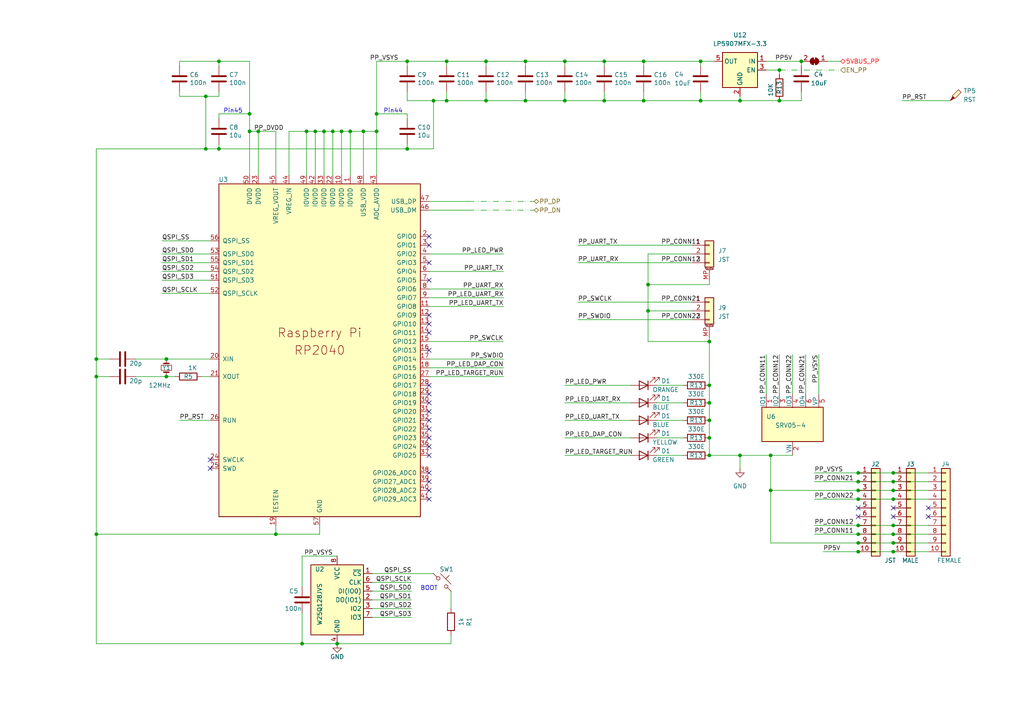
<source format=kicad_sch>
(kicad_sch (version 20230121) (generator eeschema)
  (paper "A4")
  (title_block (title "UniDebug - Unified Embedded Debug & Proto") (date "2023-12-25") (rev "R0V1") (company "Shreyas K (https://github.com/shreyask21)") (comment 1 "https://github.com/shreyask21/UniDebug") (comment 2 "Licence: CC BY-NC-SA 4.0"))
  (lib_symbols
    (symbol "Connector:TestPoint_Probe" (pin_numbers hide) (pin_names (offset 0.762) hide)
      (property "Reference" "TP" (at 1.651 5.842 0))
      (property "Value" "TestPoint_Probe" (at 1.651 4.064 0))
      (symbol "TestPoint_Probe_0_1"
        (polyline (pts (xy 1.27 0.762) (xy 0 0) (xy 0.762 1.27) (xy 1.27 0.762)) (fill (type outline)))
        (polyline (pts (xy 1.397 0.635) (xy 0.635 1.397) (xy 2.413 3.175) (xy 3.175 2.413) (xy 1.397 0.635)) (fill (type background)))
      )
      (symbol "TestPoint_Probe_1_1"
        (pin passive line (at 0 0 90) (length 0) (name "1") (number "1"))
      )
    )
    (symbol "Connector_Generic:Conn_01x10" (pin_names (offset 1.016) hide)
      (property "Reference" "J" (at 0 12.7 0))
      (property "Value" "Conn_01x10" (at 0 -15.24 0))
      (symbol "Conn_01x10_1_1"
        (rectangle (start -1.27 -12.573) (end 0 -12.827) (stroke (width 0.1524)))
        (rectangle (start -1.27 -10.033) (end 0 -10.287) (stroke (width 0.1524)))
        (rectangle (start -1.27 -7.493) (end 0 -7.747) (stroke (width 0.1524)))
        (rectangle (start -1.27 -4.953) (end 0 -5.207) (stroke (width 0.1524)))
        (rectangle (start -1.27 -2.413) (end 0 -2.667) (stroke (width 0.1524)))
        (rectangle (start -1.27 0.127) (end 0 -0.127) (stroke (width 0.1524)))
        (rectangle (start -1.27 2.667) (end 0 2.413) (stroke (width 0.1524)))
        (rectangle (start -1.27 5.207) (end 0 4.953) (stroke (width 0.1524)))
        (rectangle (start -1.27 7.747) (end 0 7.493) (stroke (width 0.1524)))
        (rectangle (start -1.27 10.287) (end 0 10.033) (stroke (width 0.1524)))
        (rectangle (start -1.27 11.43) (end 1.27 -13.97) (stroke (width 0.254)) (fill (type background)))
        (pin passive line (at -5.08 10.16 0) (length 3.81) (name "Pin_1") (number "1"))
        (pin passive line (at -5.08 -12.7 0) (length 3.81) (name "Pin_10") (number "10"))
        (pin passive line (at -5.08 7.62 0) (length 3.81) (name "Pin_2") (number "2"))
        (pin passive line (at -5.08 5.08 0) (length 3.81) (name "Pin_3") (number "3"))
        (pin passive line (at -5.08 2.54 0) (length 3.81) (name "Pin_4") (number "4"))
        (pin passive line (at -5.08 0 0) (length 3.81) (name "Pin_5") (number "5"))
        (pin passive line (at -5.08 -2.54 0) (length 3.81) (name "Pin_6") (number "6"))
        (pin passive line (at -5.08 -5.08 0) (length 3.81) (name "Pin_7") (number "7"))
        (pin passive line (at -5.08 -7.62 0) (length 3.81) (name "Pin_8") (number "8"))
        (pin passive line (at -5.08 -10.16 0) (length 3.81) (name "Pin_9") (number "9"))
      )
    )
    (symbol "Connector_Generic_MountingPin:Conn_01x03_MountingPin" (pin_names (offset 1.016) hide)
      (property "Reference" "J" (at 0 5.08 0))
      (property "Value" "Conn_01x03_MountingPin" (at 1.27 -5.08 0))
      (symbol "Conn_01x03_MountingPin_1_1"
        (rectangle (start -1.27 -2.413) (end 0 -2.667) (stroke (width 0.1524)))
        (rectangle (start -1.27 0.127) (end 0 -0.127) (stroke (width 0.1524)))
        (rectangle (start -1.27 2.667) (end 0 2.413) (stroke (width 0.1524)))
        (rectangle (start -1.27 3.81) (end 1.27 -3.81) (stroke (width 0.254)) (fill (type background)))
        (polyline (pts (xy -1.016 -4.572) (xy 1.016 -4.572)) (stroke (width 0.1524)))
        (text "Mounting" (at 0 -4.191 0) (effects (font (size 0.381 0.381))))
        (pin passive line (at -5.08 2.54 0) (length 3.81) (name "Pin_1") (number "1"))
        (pin passive line (at -5.08 0 0) (length 3.81) (name "Pin_2") (number "2"))
        (pin passive line (at -5.08 -2.54 0) (length 3.81) (name "Pin_3") (number "3"))
        (pin passive line (at 0 -7.62 90) (length 3.048) (name "MountPin") (number "MP"))
      )
    )
    (symbol "Device:C" (pin_numbers hide) (pin_names (offset 0.254))
      (property "Reference" "C" (at 0.635 2.54 0))
      (property "Value" "C" (at 0.635 -2.54 0))
      (symbol "C_0_1"
        (polyline (pts (xy -2.032 -0.762) (xy 2.032 -0.762)) (stroke (width 0.508)))
        (polyline (pts (xy -2.032 0.762) (xy 2.032 0.762)) (stroke (width 0.508)))
      )
      (symbol "C_1_1"
        (pin passive line (at 0 3.81 270) (length 2.794) (name "~") (number "1"))
        (pin passive line (at 0 -3.81 90) (length 2.794) (name "~") (number "2"))
      )
    )
    (symbol "Device:Crystal_Small" (pin_numbers hide) (pin_names (offset 1.016) hide)
      (property "Reference" "Y" (at 0 2.54 0))
      (property "Value" "Crystal_Small" (at 0 -2.54 0))
      (symbol "Crystal_Small_0_1"
        (rectangle (start -0.762 -1.524) (end 0.762 1.524))
        (polyline (pts (xy -1.27 -0.762) (xy -1.27 0.762)) (stroke (width 0.381)))
        (polyline (pts (xy 1.27 -0.762) (xy 1.27 0.762)) (stroke (width 0.381)))
      )
      (symbol "Crystal_Small_1_1"
        (pin passive line (at -2.54 0 0) (length 1.27) (name "1") (number "1"))
        (pin passive line (at 2.54 0 180) (length 1.27) (name "2") (number "2"))
      )
    )
    (symbol "Device:LED" (pin_numbers hide) (pin_names (offset 1.016) hide)
      (property "Reference" "D" (at 0 2.54 0))
      (property "Value" "LED" (at 0 -2.54 0))
      (symbol "LED_0_1"
        (polyline (pts (xy -1.27 -1.27) (xy -1.27 1.27)) (stroke (width 0.254)))
        (polyline (pts (xy -1.27 0) (xy 1.27 0)))
        (polyline (pts (xy 1.27 -1.27) (xy 1.27 1.27) (xy -1.27 0) (xy 1.27 -1.27)) (stroke (width 0.254)))
        (polyline (pts (xy -3.048 -0.762) (xy -4.572 -2.286) (xy -3.81 -2.286) (xy -4.572 -2.286) (xy -4.572 -1.524)))
        (polyline (pts (xy -1.778 -0.762) (xy -3.302 -2.286) (xy -2.54 -2.286) (xy -3.302 -2.286) (xy -3.302 -1.524)))
      )
      (symbol "LED_1_1"
        (pin passive line (at -3.81 0 0) (length 2.54) (name "K") (number "1"))
        (pin passive line (at 3.81 0 180) (length 2.54) (name "A") (number "2"))
      )
    )
    (symbol "Device:R" (pin_numbers hide) (pin_names (offset 0))
      (property "Reference" "R" (at 2.032 0 90))
      (property "Value" "R" (at 0 0 90))
      (symbol "R_0_1"
        (rectangle (start -1.016 -2.54) (end 1.016 2.54) (stroke (width 0.254)))
      )
      (symbol "R_1_1"
        (pin passive line (at 0 3.81 270) (length 1.27) (name "~") (number "1"))
        (pin passive line (at 0 -3.81 90) (length 1.27) (name "~") (number "2"))
      )
    )
    (symbol "Edited_FP:SRV05-4" (pin_names (offset 0))
      (property "Reference" "U7" (at -7.62 2.35 0))
      (property "Value" "SRV05-4" (at -5.08 -0.19 0))
      (symbol "SRV05-4_1_1"
        (rectangle (start -8.89 5.08) (end 8.89 -4.89) (stroke (width 0.254)) (fill (type background)))
        (pin passive line (at -7.62 8.89 270) (length 4) (name "IO1") (number "1"))
        (pin passive line (at 0 -8.89 90) (length 4) (name "VN") (number "2"))
        (pin passive line (at -3.81 8.89 270) (length 4) (name "IO2") (number "3"))
        (pin passive line (at 0 8.89 270) (length 4) (name "IO3") (number "4"))
        (pin passive line (at 7.62 8.89 270) (length 4) (name "VP") (number "5"))
        (pin passive line (at 3.81 8.89 270) (length 4) (name "IO4") (number "6"))
      )
    )
    (symbol "Jumper:SolderJumper_2_Bridged" (pin_names (offset 0) hide)
      (property "Reference" "JP" (at 0 2.032 0))
      (property "Value" "SolderJumper_2_Bridged" (at 0 -2.54 0))
      (symbol "SolderJumper_2_Bridged_0_1"
        (rectangle (start -0.508 0.508) (end 0.508 -0.508) (fill (type outline)))
        (arc (start -0.254 1.016) (mid -1.2656 0) (end -0.254 -1.016))
        (arc (start -0.254 1.016) (mid -1.2656 0) (end -0.254 -1.016) (fill (type outline)))
        (polyline (pts (xy -0.254 1.016) (xy -0.254 -1.016)))
        (polyline (pts (xy 0.254 1.016) (xy 0.254 -1.016)))
        (arc (start 0.254 -1.016) (mid 1.2656 0) (end 0.254 1.016))
        (arc (start 0.254 -1.016) (mid 1.2656 0) (end 0.254 1.016) (fill (type outline)))
      )
      (symbol "SolderJumper_2_Bridged_1_1"
        (pin passive line (at -3.81 0 0) (length 2.54) (name "A") (number "1"))
        (pin passive line (at 3.81 0 180) (length 2.54) (name "B") (number "2"))
      )
    )
    (symbol "MCU_RaspberryPi_RP2040:RP2040" (pin_names (offset 1.016))
      (property "Reference" "U" (at -29.21 49.53 0))
      (property "Value" "RP2040" (at 24.13 -49.53 0))
      (symbol "RP2040_0_0"
        (text "Raspberry Pi" (at 0 5.08 0) (effects (font (size 2.54 2.54))))
        (text "RP2040" (at 0 0 0) (effects (font (size 2.54 2.54))))
      )
      (symbol "RP2040_0_1"
        (rectangle (start 29.21 48.26) (end -29.21 -48.26) (stroke (width 0.254)) (fill (type background)))
      )
      (symbol "RP2040_1_1"
        (pin power_in line (at 8.89 50.8 270) (length 2.54) (name "IOVDD") (number "1"))
        (pin power_in line (at 6.35 50.8 270) (length 2.54) (name "IOVDD") (number "10"))
        (pin bidirectional line (at 31.75 12.7 180) (length 2.54) (name "GPIO8") (number "11"))
        (pin bidirectional line (at 31.75 10.16 180) (length 2.54) (name "GPIO9") (number "12"))
        (pin bidirectional line (at 31.75 7.62 180) (length 2.54) (name "GPIO10") (number "13"))
        (pin bidirectional line (at 31.75 5.08 180) (length 2.54) (name "GPIO11") (number "14"))
        (pin bidirectional line (at 31.75 2.54 180) (length 2.54) (name "GPIO12") (number "15"))
        (pin bidirectional line (at 31.75 0 180) (length 2.54) (name "GPIO13") (number "16"))
        (pin bidirectional line (at 31.75 -2.54 180) (length 2.54) (name "GPIO14") (number "17"))
        (pin bidirectional line (at 31.75 -5.08 180) (length 2.54) (name "GPIO15") (number "18"))
        (pin passive line (at -12.7 -50.8 90) (length 2.54) (name "TESTEN") (number "19"))
        (pin bidirectional line (at 31.75 33.02 180) (length 2.54) (name "GPIO0") (number "2"))
        (pin input line (at -31.75 -2.54 0) (length 2.54) (name "XIN") (number "20"))
        (pin passive line (at -31.75 -7.62 0) (length 2.54) (name "XOUT") (number "21"))
        (pin power_in line (at 3.81 50.8 270) (length 2.54) (name "IOVDD") (number "22"))
        (pin power_in line (at -17.78 50.8 270) (length 2.54) (name "DVDD") (number "23"))
        (pin output line (at -31.75 -31.75 0) (length 2.54) (name "SWCLK") (number "24"))
        (pin bidirectional line (at -31.75 -34.29 0) (length 2.54) (name "SWD") (number "25"))
        (pin input line (at -31.75 -20.32 0) (length 2.54) (name "RUN") (number "26"))
        (pin bidirectional line (at 31.75 -7.62 180) (length 2.54) (name "GPIO16") (number "27"))
        (pin bidirectional line (at 31.75 -10.16 180) (length 2.54) (name "GPIO17") (number "28"))
        (pin bidirectional line (at 31.75 -12.7 180) (length 2.54) (name "GPIO18") (number "29"))
        (pin bidirectional line (at 31.75 30.48 180) (length 2.54) (name "GPIO1") (number "3"))
        (pin bidirectional line (at 31.75 -15.24 180) (length 2.54) (name "GPIO19") (number "30"))
        (pin bidirectional line (at 31.75 -17.78 180) (length 2.54) (name "GPIO20") (number "31"))
        (pin bidirectional line (at 31.75 -20.32 180) (length 2.54) (name "GPIO21") (number "32"))
        (pin power_in line (at 1.27 50.8 270) (length 2.54) (name "IOVDD") (number "33"))
        (pin bidirectional line (at 31.75 -22.86 180) (length 2.54) (name "GPIO22") (number "34"))
        (pin bidirectional line (at 31.75 -25.4 180) (length 2.54) (name "GPIO23") (number "35"))
        (pin bidirectional line (at 31.75 -27.94 180) (length 2.54) (name "GPIO24") (number "36"))
        (pin bidirectional line (at 31.75 -30.48 180) (length 2.54) (name "GPIO25") (number "37"))
        (pin bidirectional line (at 31.75 -35.56 180) (length 2.54) (name "GPIO26_ADC0") (number "38"))
        (pin bidirectional line (at 31.75 -38.1 180) (length 2.54) (name "GPIO27_ADC1") (number "39"))
        (pin bidirectional line (at 31.75 27.94 180) (length 2.54) (name "GPIO2") (number "4"))
        (pin bidirectional line (at 31.75 -40.64 180) (length 2.54) (name "GPIO28_ADC2") (number "40"))
        (pin bidirectional line (at 31.75 -43.18 180) (length 2.54) (name "GPIO29_ADC3") (number "41"))
        (pin power_in line (at -1.27 50.8 270) (length 2.54) (name "IOVDD") (number "42"))
        (pin power_in line (at 16.51 50.8 270) (length 2.54) (name "ADC_AVDD") (number "43"))
        (pin power_in line (at -8.89 50.8 270) (length 2.54) (name "VREG_IN") (number "44"))
        (pin power_out line (at -12.7 50.8 270) (length 2.54) (name "VREG_VOUT") (number "45"))
        (pin bidirectional line (at 31.75 40.64 180) (length 2.54) (name "USB_DM") (number "46"))
        (pin bidirectional line (at 31.75 43.18 180) (length 2.54) (name "USB_DP") (number "47"))
        (pin power_in line (at 12.7 50.8 270) (length 2.54) (name "USB_VDD") (number "48"))
        (pin power_in line (at -3.81 50.8 270) (length 2.54) (name "IOVDD") (number "49"))
        (pin bidirectional line (at 31.75 25.4 180) (length 2.54) (name "GPIO3") (number "5"))
        (pin power_in line (at -20.32 50.8 270) (length 2.54) (name "DVDD") (number "50"))
        (pin bidirectional line (at -31.75 20.32 0) (length 2.54) (name "QSPI_SD3") (number "51"))
        (pin output line (at -31.75 16.51 0) (length 2.54) (name "QSPI_SCLK") (number "52"))
        (pin bidirectional line (at -31.75 27.94 0) (length 2.54) (name "QSPI_SD0") (number "53"))
        (pin bidirectional line (at -31.75 22.86 0) (length 2.54) (name "QSPI_SD2") (number "54"))
        (pin bidirectional line (at -31.75 25.4 0) (length 2.54) (name "QSPI_SD1") (number "55"))
        (pin bidirectional line (at -31.75 31.75 0) (length 2.54) (name "QSPI_SS") (number "56"))
        (pin power_in line (at 0 -50.8 90) (length 2.54) (name "GND") (number "57"))
        (pin bidirectional line (at 31.75 22.86 180) (length 2.54) (name "GPIO4") (number "6"))
        (pin bidirectional line (at 31.75 20.32 180) (length 2.54) (name "GPIO5") (number "7"))
        (pin bidirectional line (at 31.75 17.78 180) (length 2.54) (name "GPIO6") (number "8"))
        (pin bidirectional line (at 31.75 15.24 180) (length 2.54) (name "GPIO7") (number "9"))
      )
    )
    (symbol "Memory_Flash:W25Q128JVS"
      (property "Reference" "U" (at -8.89 8.89 0))
      (property "Value" "W25Q128JVS" (at 7.62 8.89 0))
      (symbol "W25Q128JVS_0_1"
        (rectangle (start -7.62 10.16) (end 7.62 -10.16) (stroke (width 0.254)) (fill (type background)))
      )
      (symbol "W25Q128JVS_1_1"
        (pin input line (at -10.16 7.62 0) (length 2.54) (name "~{CS}") (number "1"))
        (pin bidirectional line (at -10.16 0 0) (length 2.54) (name "DO(IO1)") (number "2"))
        (pin bidirectional line (at -10.16 -2.54 0) (length 2.54) (name "IO2") (number "3"))
        (pin power_in line (at 0 -12.7 90) (length 2.54) (name "GND") (number "4"))
        (pin bidirectional line (at -10.16 2.54 0) (length 2.54) (name "DI(IO0)") (number "5"))
        (pin input line (at -10.16 5.08 0) (length 2.54) (name "CLK") (number "6"))
        (pin bidirectional line (at -10.16 -5.08 0) (length 2.54) (name "IO3") (number "7"))
        (pin power_in line (at 0 12.7 270) (length 2.54) (name "VCC") (number "8"))
      )
    )
    (symbol "Regulator_Linear:LP5907MFX-3.3"
      (property "Reference" "U" (at -3.81 6.35 0))
      (property "Value" "LP5907MFX-3.3" (at 6.35 6.35 0))
      (symbol "LP5907MFX-3.3_0_1"
        (rectangle (start -5.08 -5.08) (end 5.08 5.08) (stroke (width 0.254)) (fill (type background)))
        (pin power_in line (at -7.62 2.54 0) (length 2.54) (name "IN") (number "1"))
        (pin power_in line (at 0 -7.62 90) (length 2.54) (name "GND") (number "2"))
        (pin input line (at -7.62 0 0) (length 2.54) (name "EN") (number "3"))
        (pin no_connect line (at 5.08 0 180) (length 2.54) hide (name "NC") (number "4"))
        (pin power_out line (at 7.62 2.54 180) (length 2.54) (name "OUT") (number "5"))
      )
    )
    (symbol "Switch:SW_Push_45deg" (pin_numbers hide) (pin_names (offset 1.016) hide)
      (property "Reference" "SW" (at 3.048 1.016 0))
      (property "Value" "SW_Push_45deg" (at 0 -3.81 0))
      (symbol "SW_Push_45deg_0_1"
        (circle (center -1.1684 1.1684) (radius 0.508))
        (polyline (pts (xy -0.508 2.54) (xy 2.54 -0.508)))
        (polyline (pts (xy 1.016 1.016) (xy 2.032 2.032)))
        (polyline (pts (xy -2.54 2.54) (xy -1.524 1.524) (xy -1.524 1.524)))
        (polyline (pts (xy 1.524 -1.524) (xy 2.54 -2.54) (xy 2.54 -2.54) (xy 2.54 -2.54)))
        (circle (center 1.143 -1.1938) (radius 0.508))
        (pin passive line (at -2.54 2.54 0) (length 0) (name "1") (number "1"))
        (pin passive line (at 2.54 -2.54 180) (length 0) (name "2") (number "2"))
      )
    )
    (symbol "power:GND" (power) (pin_names (offset 0))
      (property "Value" "GND" (at 0 -3.81 0))
      (symbol "GND_0_1"
        (polyline (pts (xy 0 0) (xy 0 -1.27) (xy 1.27 -1.27) (xy 0 -2.54) (xy -1.27 -1.27) (xy 0 -1.27)))
      )
      (symbol "GND_1_1"
        (pin power_in line (at 0 0 270) (length 0) hide (name "GND") (number "1"))
      )
    )
  )
  (junction (at 163.83 29.21))
  (junction (at 187.96 90.17))
  (junction (at 248.92 152.4))
  (junction (at 63.5 17.78))
  (junction (at 248.92 160.02))
  (junction (at 248.92 144.78))
  (junction (at 97.79 186.69))
  (junction (at 248.92 139.7))
  (junction (at 129.54 29.21))
  (junction (at 223.52 142.24))
  (junction (at 99.06 38.1))
  (junction (at 140.97 29.21))
  (junction (at 259.08 137.16))
  (junction (at 214.63 132.08))
  (junction (at 187.96 82.55))
  (junction (at 27.94 104.14))
  (junction (at 48.26 109.22))
  (junction (at 203.2 17.78))
  (junction (at 88.9 38.1))
  (junction (at 248.92 137.16))
  (junction (at 205.74 111.76))
  (junction (at 109.22 38.1))
  (junction (at 93.98 38.1))
  (junction (at 259.08 154.94))
  (junction (at 109.22 33.02))
  (junction (at 72.39 38.1))
  (junction (at 226.06 20.32))
  (junction (at 101.6 38.1))
  (junction (at 152.4 17.78))
  (junction (at 205.74 121.92))
  (junction (at 259.08 160.02))
  (junction (at 105.41 38.1))
  (junction (at 27.94 109.22))
  (junction (at 203.2 29.21))
  (junction (at 87.63 186.69))
  (junction (at 118.11 43.18))
  (junction (at 205.74 127))
  (junction (at 259.08 157.48))
  (junction (at 226.06 29.21))
  (junction (at 248.92 142.24))
  (junction (at 259.08 144.78))
  (junction (at 232.41 17.78))
  (junction (at 72.39 33.02))
  (junction (at 80.01 154.94))
  (junction (at 140.97 17.78))
  (junction (at 205.74 99.06))
  (junction (at 96.52 38.1))
  (junction (at 205.74 132.08))
  (junction (at 118.11 17.78))
  (junction (at 63.5 43.18))
  (junction (at 59.69 27.94))
  (junction (at 48.26 104.14))
  (junction (at 129.54 17.78))
  (junction (at 259.08 142.24))
  (junction (at 74.93 38.1))
  (junction (at 125.73 29.21))
  (junction (at 152.4 29.21))
  (junction (at 175.26 29.21))
  (junction (at 186.69 17.78))
  (junction (at 259.08 139.7))
  (junction (at 214.63 29.21))
  (junction (at 91.44 38.1))
  (junction (at 248.92 157.48))
  (junction (at 205.74 116.84))
  (junction (at 259.08 152.4))
  (junction (at 223.52 132.08))
  (junction (at 186.69 29.21))
  (junction (at 27.94 154.94))
  (junction (at 163.83 17.78))
  (junction (at 175.26 17.78))
  (junction (at 59.69 43.18))
  (junction (at 248.92 154.94))
  (no_connect (at 124.46 111.76))
  (no_connect (at 248.92 149.86))
  (no_connect (at 124.46 119.38))
  (no_connect (at 124.46 132.08))
  (no_connect (at 269.24 147.32))
  (no_connect (at 124.46 71.12))
  (no_connect (at 124.46 144.78))
  (no_connect (at 124.46 139.7))
  (no_connect (at 124.46 129.54))
  (no_connect (at 124.46 114.3))
  (no_connect (at 259.08 147.32))
  (no_connect (at 259.08 149.86))
  (no_connect (at 124.46 81.28))
  (no_connect (at 124.46 76.2))
  (no_connect (at 248.92 147.32))
  (no_connect (at 124.46 91.44))
  (no_connect (at 124.46 137.16))
  (no_connect (at 124.46 96.52))
  (no_connect (at 60.96 135.89))
  (no_connect (at 124.46 116.84))
  (no_connect (at 124.46 127))
  (no_connect (at 124.46 101.6))
  (no_connect (at 124.46 121.92))
  (no_connect (at 269.24 149.86))
  (no_connect (at 124.46 142.24))
  (no_connect (at 60.96 133.35))
  (no_connect (at 124.46 93.98))
  (no_connect (at 124.46 124.46))
  (no_connect (at 124.46 68.58))
  (wire (pts (xy 163.83 17.78) (xy 175.26 17.78)))
  (wire (pts (xy 118.11 41.91) (xy 118.11 43.18)))
  (wire (pts (xy 187.96 82.55) (xy 205.74 82.55)))
  (wire (pts (xy 222.25 20.32) (xy 226.06 20.32)))
  (wire (pts (xy 59.69 43.18) (xy 59.69 27.94)))
  (wire (pts (xy 80.01 38.1) (xy 74.93 38.1)))
  (wire (pts (xy 229.87 102.87) (xy 229.87 114.3)))
  (wire (pts (xy 205.74 99.06) (xy 205.74 97.79)))
  (wire (pts (xy 109.22 33.02) (xy 118.11 33.02)))
  (wire (pts (xy 124.46 88.9) (xy 146.05 88.9)))
  (wire (pts (xy 124.46 58.42) (xy 135.89 58.42)))
  (wire (pts (xy 124.46 83.82) (xy 146.05 83.82)))
  (wire (pts (xy 80.01 50.8) (xy 80.01 38.1)))
  (wire (pts (xy 135.89 60.96) (xy 154.94 60.96)) (stroke (width 0) (type dash_dot_dot)))
  (wire (pts (xy 74.93 38.1) (xy 72.39 38.1)))
  (wire (pts (xy 80.01 152.4) (xy 80.01 154.94)))
  (wire (pts (xy 72.39 38.1) (xy 72.39 50.8)))
  (wire (pts (xy 248.92 142.24) (xy 259.08 142.24)))
  (wire (pts (xy 203.2 29.21) (xy 214.63 29.21)))
  (wire (pts (xy 46.99 73.66) (xy 60.96 73.66)))
  (wire (pts (xy 130.81 186.69) (xy 97.79 186.69)))
  (wire (pts (xy 259.08 144.78) (xy 269.24 144.78)))
  (wire (pts (xy 118.11 43.18) (xy 125.73 43.18)))
  (wire (pts (xy 259.08 142.24) (xy 269.24 142.24)))
  (wire (pts (xy 152.4 29.21) (xy 140.97 29.21)))
  (wire (pts (xy 125.73 29.21) (xy 118.11 29.21)))
  (wire (pts (xy 63.5 41.91) (xy 63.5 43.18)))
  (wire (pts (xy 130.81 184.15) (xy 130.81 186.69)))
  (wire (pts (xy 232.41 29.21) (xy 226.06 29.21)))
  (wire (pts (xy 63.5 19.05) (xy 63.5 17.78)))
  (wire (pts (xy 248.92 160.02) (xy 259.08 160.02)))
  (wire (pts (xy 83.82 50.8) (xy 83.82 38.1)))
  (wire (pts (xy 240.03 17.78) (xy 243.84 17.78)))
  (wire (pts (xy 198.12 127) (xy 190.5 127)))
  (wire (pts (xy 237.49 102.87) (xy 237.49 114.3)))
  (wire (pts (xy 205.74 111.76) (xy 205.74 116.84)))
  (wire (pts (xy 187.96 90.17) (xy 200.66 90.17)))
  (wire (pts (xy 223.52 157.48) (xy 223.52 142.24)))
  (wire (pts (xy 39.37 104.14) (xy 48.26 104.14)))
  (wire (pts (xy 52.07 26.67) (xy 52.07 27.94)))
  (wire (pts (xy 109.22 17.78) (xy 109.22 33.02)))
  (wire (pts (xy 124.46 109.22) (xy 146.05 109.22)))
  (wire (pts (xy 109.22 17.78) (xy 118.11 17.78)))
  (wire (pts (xy 198.12 132.08) (xy 190.5 132.08)))
  (wire (pts (xy 63.5 27.94) (xy 63.5 26.67)))
  (wire (pts (xy 99.06 38.1) (xy 101.6 38.1)))
  (wire (pts (xy 203.2 19.05) (xy 203.2 17.78)))
  (wire (pts (xy 232.41 17.78) (xy 222.25 17.78)))
  (wire (pts (xy 223.52 142.24) (xy 248.92 142.24)))
  (wire (pts (xy 163.83 29.21) (xy 175.26 29.21)))
  (wire (pts (xy 175.26 29.21) (xy 186.69 29.21)))
  (wire (pts (xy 226.06 102.87) (xy 226.06 114.3)))
  (wire (pts (xy 248.92 152.4) (xy 259.08 152.4)))
  (wire (pts (xy 52.07 27.94) (xy 59.69 27.94)))
  (wire (pts (xy 39.37 109.22) (xy 48.26 109.22)))
  (wire (pts (xy 167.64 76.2) (xy 200.66 76.2)))
  (wire (pts (xy 60.96 109.22) (xy 58.42 109.22)))
  (wire (pts (xy 124.46 104.14) (xy 146.05 104.14)))
  (wire (pts (xy 236.22 144.78) (xy 248.92 144.78)))
  (wire (pts (xy 163.83 29.21) (xy 152.4 29.21)))
  (wire (pts (xy 214.63 132.08) (xy 223.52 132.08)))
  (wire (pts (xy 226.06 29.21) (xy 214.63 29.21)))
  (wire (pts (xy 80.01 154.94) (xy 92.71 154.94)))
  (wire (pts (xy 46.99 76.2) (xy 60.96 76.2)))
  (wire (pts (xy 152.4 19.05) (xy 152.4 17.78)))
  (wire (pts (xy 223.52 132.08) (xy 229.87 132.08)))
  (wire (pts (xy 187.96 73.66) (xy 187.96 82.55)))
  (wire (pts (xy 46.99 78.74) (xy 60.96 78.74)))
  (wire (pts (xy 52.07 121.92) (xy 60.96 121.92)))
  (wire (pts (xy 87.63 186.69) (xy 87.63 177.8)))
  (wire (pts (xy 152.4 17.78) (xy 163.83 17.78)))
  (wire (pts (xy 87.63 161.29) (xy 87.63 170.18)))
  (wire (pts (xy 222.25 102.87) (xy 222.25 114.3)))
  (wire (pts (xy 96.52 50.8) (xy 96.52 38.1)))
  (wire (pts (xy 59.69 43.18) (xy 27.94 43.18)))
  (wire (pts (xy 214.63 132.08) (xy 214.63 135.89)))
  (wire (pts (xy 236.22 137.16) (xy 248.92 137.16)))
  (wire (pts (xy 238.76 160.02) (xy 248.92 160.02)))
  (wire (pts (xy 118.11 19.05) (xy 118.11 17.78)))
  (wire (pts (xy 152.4 26.67) (xy 152.4 29.21)))
  (wire (pts (xy 129.54 17.78) (xy 140.97 17.78)))
  (wire (pts (xy 259.08 137.16) (xy 269.24 137.16)))
  (wire (pts (xy 93.98 50.8) (xy 93.98 38.1)))
  (wire (pts (xy 205.74 82.55) (xy 205.74 81.28)))
  (wire (pts (xy 59.69 27.94) (xy 63.5 27.94)))
  (wire (pts (xy 48.26 104.14) (xy 60.96 104.14)))
  (wire (pts (xy 74.93 50.8) (xy 74.93 38.1)))
  (wire (pts (xy 118.11 34.29) (xy 118.11 33.02)))
  (wire (pts (xy 129.54 26.67) (xy 129.54 29.21)))
  (wire (pts (xy 87.63 161.29) (xy 97.79 161.29)))
  (wire (pts (xy 91.44 50.8) (xy 91.44 38.1)))
  (wire (pts (xy 125.73 43.18) (xy 125.73 29.21)))
  (wire (pts (xy 259.08 157.48) (xy 269.24 157.48)))
  (wire (pts (xy 107.95 168.91) (xy 119.38 168.91)))
  (wire (pts (xy 187.96 82.55) (xy 187.96 90.17)))
  (wire (pts (xy 63.5 17.78) (xy 72.39 17.78)))
  (wire (pts (xy 52.07 17.78) (xy 63.5 17.78)))
  (wire (pts (xy 140.97 26.67) (xy 140.97 29.21)))
  (wire (pts (xy 72.39 33.02) (xy 72.39 38.1)))
  (wire (pts (xy 135.89 58.42) (xy 154.94 58.42)) (stroke (width 0) (type dash_dot_dot)))
  (wire (pts (xy 214.63 29.21) (xy 214.63 27.94)))
  (wire (pts (xy 107.95 171.45) (xy 119.38 171.45)))
  (wire (pts (xy 205.74 116.84) (xy 205.74 121.92)))
  (wire (pts (xy 105.41 38.1) (xy 109.22 38.1)))
  (wire (pts (xy 105.41 50.8) (xy 105.41 38.1)))
  (wire (pts (xy 101.6 38.1) (xy 105.41 38.1)))
  (wire (pts (xy 107.95 176.53) (xy 119.38 176.53)))
  (wire (pts (xy 124.46 73.66) (xy 146.05 73.66)))
  (wire (pts (xy 248.92 144.78) (xy 259.08 144.78)))
  (wire (pts (xy 107.95 173.99) (xy 119.38 173.99)))
  (wire (pts (xy 182.88 127) (xy 163.83 127)))
  (wire (pts (xy 167.64 87.63) (xy 200.66 87.63)))
  (wire (pts (xy 130.81 171.45) (xy 130.81 176.53)))
  (wire (pts (xy 232.41 26.67) (xy 232.41 29.21)))
  (wire (pts (xy 63.5 34.29) (xy 63.5 33.02)))
  (wire (pts (xy 46.99 81.28) (xy 60.96 81.28)))
  (wire (pts (xy 205.74 132.08) (xy 214.63 132.08)))
  (wire (pts (xy 198.12 116.84) (xy 190.5 116.84)))
  (wire (pts (xy 259.08 154.94) (xy 269.24 154.94)))
  (wire (pts (xy 92.71 152.4) (xy 92.71 154.94)))
  (wire (pts (xy 186.69 17.78) (xy 203.2 17.78)))
  (wire (pts (xy 186.69 29.21) (xy 203.2 29.21)))
  (wire (pts (xy 80.01 154.94) (xy 27.94 154.94)))
  (wire (pts (xy 27.94 154.94) (xy 27.94 109.22)))
  (wire (pts (xy 175.26 19.05) (xy 175.26 17.78)))
  (wire (pts (xy 175.26 26.67) (xy 175.26 29.21)))
  (wire (pts (xy 186.69 26.67) (xy 186.69 29.21)))
  (wire (pts (xy 186.69 19.05) (xy 186.69 17.78)))
  (wire (pts (xy 167.64 92.71) (xy 200.66 92.71)))
  (wire (pts (xy 248.92 139.7) (xy 259.08 139.7)))
  (wire (pts (xy 124.46 78.74) (xy 146.05 78.74)))
  (wire (pts (xy 233.68 102.87) (xy 233.68 114.3)))
  (wire (pts (xy 129.54 29.21) (xy 125.73 29.21)))
  (wire (pts (xy 140.97 17.78) (xy 152.4 17.78)))
  (wire (pts (xy 27.94 43.18) (xy 27.94 104.14)))
  (wire (pts (xy 88.9 50.8) (xy 88.9 38.1)))
  (wire (pts (xy 60.96 85.09) (xy 46.99 85.09)))
  (wire (pts (xy 167.64 71.12) (xy 200.66 71.12)))
  (wire (pts (xy 109.22 33.02) (xy 109.22 38.1)))
  (wire (pts (xy 205.74 121.92) (xy 205.74 127)))
  (wire (pts (xy 182.88 116.84) (xy 163.83 116.84)))
  (wire (pts (xy 236.22 154.94) (xy 248.92 154.94)))
  (wire (pts (xy 203.2 17.78) (xy 207.01 17.78)))
  (wire (pts (xy 27.94 104.14) (xy 31.75 104.14)))
  (wire (pts (xy 140.97 29.21) (xy 129.54 29.21)))
  (wire (pts (xy 182.88 111.76) (xy 163.83 111.76)))
  (wire (pts (xy 226.06 21.59) (xy 226.06 20.32)))
  (wire (pts (xy 236.22 139.7) (xy 248.92 139.7)))
  (wire (pts (xy 182.88 121.92) (xy 163.83 121.92)))
  (wire (pts (xy 101.6 38.1) (xy 101.6 50.8)))
  (wire (pts (xy 163.83 26.67) (xy 163.83 29.21)))
  (wire (pts (xy 203.2 26.67) (xy 203.2 29.21)))
  (wire (pts (xy 72.39 17.78) (xy 72.39 33.02)))
  (wire (pts (xy 87.63 186.69) (xy 97.79 186.69)))
  (wire (pts (xy 259.08 160.02) (xy 269.24 160.02)))
  (wire (pts (xy 182.88 132.08) (xy 163.83 132.08)))
  (wire (pts (xy 223.52 157.48) (xy 248.92 157.48)))
  (wire (pts (xy 63.5 33.02) (xy 72.39 33.02)))
  (wire (pts (xy 198.12 111.76) (xy 190.5 111.76)))
  (wire (pts (xy 248.92 137.16) (xy 259.08 137.16)))
  (wire (pts (xy 129.54 19.05) (xy 129.54 17.78)))
  (wire (pts (xy 205.74 127) (xy 205.74 132.08)))
  (wire (pts (xy 63.5 43.18) (xy 59.69 43.18)))
  (wire (pts (xy 259.08 139.7) (xy 269.24 139.7)))
  (wire (pts (xy 205.74 99.06) (xy 187.96 99.06)))
  (wire (pts (xy 236.22 152.4) (xy 248.92 152.4)))
  (wire (pts (xy 27.94 104.14) (xy 27.94 109.22)))
  (wire (pts (xy 48.26 109.22) (xy 50.8 109.22)))
  (wire (pts (xy 93.98 38.1) (xy 96.52 38.1)))
  (wire (pts (xy 118.11 26.67) (xy 118.11 29.21)))
  (wire (pts (xy 163.83 19.05) (xy 163.83 17.78)))
  (wire (pts (xy 83.82 38.1) (xy 88.9 38.1)))
  (wire (pts (xy 91.44 38.1) (xy 93.98 38.1)))
  (wire (pts (xy 107.95 179.07) (xy 119.38 179.07)))
  (wire (pts (xy 107.95 166.37) (xy 125.73 166.37)))
  (wire (pts (xy 124.46 106.68) (xy 146.05 106.68)))
  (wire (pts (xy 124.46 60.96) (xy 135.89 60.96)))
  (wire (pts (xy 88.9 38.1) (xy 91.44 38.1)))
  (wire (pts (xy 200.66 73.66) (xy 187.96 73.66)))
  (wire (pts (xy 187.96 90.17) (xy 187.96 99.06)))
  (wire (pts (xy 99.06 50.8) (xy 99.06 38.1)))
  (wire (pts (xy 27.94 109.22) (xy 31.75 109.22)))
  (wire (pts (xy 124.46 86.36) (xy 146.05 86.36)))
  (wire (pts (xy 175.26 17.78) (xy 186.69 17.78)))
  (wire (pts (xy 205.74 99.06) (xy 205.74 111.76)))
  (wire (pts (xy 261.62 29.21) (xy 275.59 29.21)))
  (wire (pts (xy 140.97 19.05) (xy 140.97 17.78)))
  (wire (pts (xy 226.06 20.32) (xy 243.84 20.32)) (stroke (width 0) (type dash_dot_dot)))
  (wire (pts (xy 248.92 157.48) (xy 259.08 157.48)))
  (wire (pts (xy 248.92 154.94) (xy 259.08 154.94)))
  (wire (pts (xy 60.96 69.85) (xy 46.99 69.85)))
  (wire (pts (xy 27.94 186.69) (xy 87.63 186.69)))
  (wire (pts (xy 259.08 152.4) (xy 269.24 152.4)))
  (wire (pts (xy 223.52 142.24) (xy 223.52 132.08)))
  (wire (pts (xy 63.5 43.18) (xy 118.11 43.18)))
  (wire (pts (xy 198.12 121.92) (xy 190.5 121.92)))
  (wire (pts (xy 27.94 154.94) (xy 27.94 186.69)))
  (wire (pts (xy 118.11 17.78) (xy 129.54 17.78)))
  (wire (pts (xy 96.52 38.1) (xy 99.06 38.1)))
  (wire (pts (xy 124.46 99.06) (xy 146.05 99.06)))
  (wire (pts (xy 232.41 19.05) (xy 232.41 17.78)))
  (wire (pts (xy 52.07 19.05) (xy 52.07 17.78)))
  (wire (pts (xy 109.22 38.1) (xy 109.22 50.8)))
  (text "BOOT" (at 127 171.45 0) (effects (font (size 1.27 1.27)) (justify right bottom)))
  (text "Pin44" (at 116.84 33.02 0) (effects (font (size 1.27 1.27)) (justify right bottom)))
  (text "Pin45" (at 64.77 33.02 0) (effects (font (size 1.27 1.27)) (justify left bottom)))
  (label "PP_LED_DAP_CON" (at 146.05 106.68 180))
  (label "PP_LED_UART_RX" (at 163.83 116.84 0))
  (label "PP_LED_PWR" (at 163.83 111.76 0))
  (label "PP_CONN11" (at 222.25 102.87 270))
  (label "PP_CONN21" (at 236.22 139.7 0))
  (label "QSPI_SD1" (at 46.99 76.2 0))
  (label "QSPI_SD2" (at 119.38 176.53 180))
  (label "PP_LED_UART_TX" (at 163.83 121.92 0))
  (label "PP_SWCLK" (at 167.64 87.63 0))
  (label "PP_VSYS" (at 115.57 17.78 180))
  (label "QSPI_SD2" (at 46.99 78.74 0))
  (label "PP_LED_PWR" (at 146.05 73.66 180))
  (label "PP_VSYS" (at 237.49 102.87 270))
  (label "PP_CONN22" (at 191.77 92.71 0))
  (label "PP_VSYS" (at 96.52 161.29 180))
  (label "PP_LED_DAP_CON" (at 163.83 127 0))
  (label "QSPI_SD3" (at 119.38 179.07 180))
  (label "PP_CONN21" (at 233.68 102.87 270))
  (label "PP_VSYS" (at 236.22 137.16 0))
  (label "QSPI_SD0" (at 119.38 171.45 180))
  (label "PP_SWCLK" (at 146.05 99.06 180))
  (label "QSPI_SCLK" (at 46.99 85.09 0))
  (label "QSPI_SS" (at 119.38 166.37 180))
  (label "QSPI_SD3" (at 46.99 81.28 0))
  (label "PP_LED_TARGET_RUN" (at 163.83 132.08 0))
  (label "PP_CONN12" (at 236.22 152.4 0))
  (label "PP_CONN21" (at 191.77 87.63 0))
  (label "PP_DVDD" (at 73.66 38.1 0))
  (label "PP5V" (at 224.79 17.78 0))
  (label "PP_SWDIO" (at 167.64 92.71 0))
  (label "PP_RST" (at 261.62 29.21 0))
  (label "PP_RST" (at 52.07 121.92 0))
  (label "PP_CONN22" (at 229.87 102.87 270))
  (label "PP_LED_UART_TX" (at 146.05 88.9 180))
  (label "PP_CONN12" (at 191.77 76.2 0))
  (label "QSPI_SS" (at 46.99 69.85 0))
  (label "PP_LED_TARGET_RUN" (at 146.05 109.22 180))
  (label "PP5V" (at 238.76 160.02 0))
  (label "PP_CONN12" (at 226.06 102.87 270))
  (label "PP_UART_RX" (at 146.05 83.82 180))
  (label "PP_CONN22" (at 236.22 144.78 0))
  (label "QSPI_SD1" (at 119.38 173.99 180))
  (label "PP_UART_TX" (at 167.64 71.12 0))
  (label "QSPI_SD0" (at 46.99 73.66 0))
  (label "PP_UART_RX" (at 167.64 76.2 0))
  (label "PP_SWDIO" (at 146.05 104.14 180))
  (label "QSPI_SCLK" (at 119.38 168.91 180))
  (label "PP_LED_UART_RX" (at 146.05 86.36 180))
  (label "PP_CONN11" (at 191.77 71.12 0))
  (label "PP_CONN11" (at 236.22 154.94 0))
  (label "PP_UART_TX" (at 146.05 78.74 180))
  (hierarchical_label "PP_DN" (shape bidirectional) (at 154.94 60.96 0))
  (hierarchical_label "5VBUS_PP" (shape bidirectional) (at 243.84 17.78 0))
  (hierarchical_label "PP_DP" (shape bidirectional) (at 154.94 58.42 0))
  (hierarchical_label "EN_PP" (shape input) (at 243.84 20.32 0))
  (symbol (lib_id "Connector_Generic:Conn_01x10") (at 264.16 147.32 0) (unit 1)
    (property "Reference" "J3" (at 262.89 134.62 0) (effects (justify left)))
    (property "Value" "MALE" (at 261.62 162.56 0) (effects (justify left)))
    (property "Footprint" "Connector_PinHeader_2.54mm:PinHeader_1x10_P2.54mm_Vertical" (effects hide))
    (instances (project "UniDebug" (path "" (reference "J3") (unit 1)) (path "" (reference "J11") (unit 1))))
  )
  (symbol (lib_id "Device:Crystal_Small") (at 48.26 106.68 270) (unit 1)
    (property "Reference" "Y1" (at 49.53 106.68 90) (effects (justify right)))
    (property "Value" "12MHz" (at 49.53 111.76 90) (effects (justify right)))
    (property "Footprint" "Crystal:Crystal_SMD_HC49-SD" (effects hide))
    (instances (project "UniDebug" (path "" (reference "Y1") (unit 1)) (path "" (reference "Y3") (unit 1))))
  )
  (symbol (lib_id "Jumper:SolderJumper_2_Bridged") (at 236.22 17.78 180) (unit 1)
    (property "Reference" "JP5" (effects hide))
    (property "Value" "SolderJumper_2_Bridged" (effects hide))
    (property "Footprint" "Jumper:SolderJumper-2_P1.3mm_Open_RoundedPad1.0x1.5mm" (effects hide))
    (instances (project "UniDebug" (path "" (reference "JP5") (unit 1)) (path "" (reference "JP1") (unit 1)) (path "" (reference "JP11") (unit 1))))
  )
  (symbol (lib_id "Connector_Generic_MountingPin:Conn_01x03_MountingPin") (at 205.74 90.17 0) (unit 1)
    (property "Reference" "J9" (at 208.28 89.2556 0) (effects (justify left)))
    (property "Value" "JST" (at 208.28 91.7956 0) (effects (justify left)))
    (property "Footprint" "Connector_JST:JST_SH_SM03B-SRSS-TB_1x03-1MP_P1.00mm_Horizontal" (effects hide))
  )
  (symbol (lib_id "Device:R") (at 226.06 25.4 180) (unit 1)
    (property "Reference" "R13" (at 226.06 25.4 90))
    (property "Value" "10K" (at 223.52 24.13 90) (effects (justify left)))
    (property "Footprint" "Resistor_SMD:R_0805_2012Metric_Pad1.20x1.40mm_HandSolder" (effects hide))
    (instances (project "UniDebug" (path "" (reference "R13") (unit 1)) (path "" (reference "R40") (unit 1)) (path "" (reference "R60") (unit 1))))
  )
  (symbol (lib_id "Device:R") (at 130.81 180.34 0) (mirror y) (unit 1)
    (property "Reference" "R1" (at 136.0678 180.34 90))
    (property "Value" "1k" (at 133.7564 180.34 90))
    (property "Footprint" "Resistor_SMD:R_0805_2012Metric_Pad1.20x1.40mm_HandSolder" (effects hide))
    (instances (project "RP2040_minimal" (path "" (reference "R1") (unit 1))) (project "UniDebug" (path "" (reference "R32") (unit 1))))
  )
  (symbol (lib_id "Device:LED") (at 186.69 132.08 180) (unit 1)
    (property "Reference" "D1" (at 191.77 130.81 0) (effects (justify right)))
    (property "Value" "GREEN" (at 189.23 133.35 0) (effects (justify right)))
    (property "Footprint" "LED_SMD:LED_0805_2012Metric_Pad1.15x1.40mm_HandSolder" (effects hide))
    (instances (project "UniDebug" (path "" (reference "D1") (unit 1)) (path "" (reference "D7") (unit 1)) (path "" (reference "D12") (unit 1))))
  )
  (symbol (lib_id "Device:C") (at 186.69 22.86 0) (unit 1)
    (property "Reference" "C16" (at 189.611 21.6916 0) (effects (justify left)))
    (property "Value" "100n" (at 189.611 24.003 0) (effects (justify left)))
    (property "Footprint" "Capacitor_SMD:C_0805_2012Metric_Pad1.18x1.45mm_HandSolder" (effects hide))
    (instances (project "RP2040_minimal" (path "" (reference "C16") (unit 1))) (project "UniDebug" (path "" (reference "C44") (unit 1))))
  )
  (symbol (lib_id "Device:C") (at 175.26 22.86 0) (unit 1)
    (property "Reference" "C15" (at 178.181 21.6916 0) (effects (justify left)))
    (property "Value" "100n" (at 178.181 24.003 0) (effects (justify left)))
    (property "Footprint" "Capacitor_SMD:C_0805_2012Metric_Pad1.18x1.45mm_HandSolder" (effects hide))
    (instances (project "RP2040_minimal" (path "" (reference "C15") (unit 1))) (project "UniDebug" (path "" (reference "C43") (unit 1))))
  )
  (symbol (lib_id "Device:LED") (at 186.69 111.76 180) (unit 1)
    (property "Reference" "D1" (at 191.77 110.49 0) (effects (justify right)))
    (property "Value" "ORANGE" (at 189.23 113.03 0) (effects (justify right)))
    (property "Footprint" "LED_SMD:LED_0805_2012Metric_Pad1.15x1.40mm_HandSolder" (effects hide))
    (instances (project "UniDebug" (path "" (reference "D1") (unit 1)) (path "" (reference "D3") (unit 1)) (path "" (reference "D8") (unit 1))))
  )
  (symbol (lib_id "Device:C") (at 35.56 104.14 90) (unit 1)
    (property "Reference" "C7" (effects hide))
    (property "Value" "20p" (at 39.37 105.41 90))
    (property "Footprint" "Capacitor_SMD:C_0805_2012Metric_Pad1.18x1.45mm_HandSolder" (effects hide))
    (instances (project "UniDebug" (path "" (reference "C7") (unit 1)) (path "" (reference "C29") (unit 1))))
  )
  (symbol (lib_id "Device:R") (at 201.93 132.08 90) (unit 1)
    (property "Reference" "R13" (at 201.93 132.08 90))
    (property "Value" "330E" (at 204.47 129.54 90) (effects (justify left)))
    (property "Footprint" "Resistor_SMD:R_0805_2012Metric_Pad1.20x1.40mm_HandSolder" (effects hide))
    (instances (project "UniDebug" (path "" (reference "R13") (unit 1)) (path "" (reference "R50") (unit 1)) (path "" (reference "R59") (unit 1))))
  )
  (symbol (lib_id "Device:R") (at 54.61 109.22 270) (unit 1)
    (property "Reference" "R5" (at 54.61 109.22 90))
    (property "Value" "1K" (at 55.88 106.68 90))
    (property "Footprint" "Resistor_SMD:R_0805_2012Metric_Pad1.20x1.40mm_HandSolder" (effects hide))
    (instances (project "RP2040_minimal" (path "" (reference "R5") (unit 1))) (project "UniDebug" (path "" (reference "R36") (unit 1))))
  )
  (symbol (lib_id "Device:C") (at 35.56 109.22 90) (unit 1)
    (property "Reference" "C6" (effects hide))
    (property "Value" "20p" (at 39.37 110.49 90))
    (property "Footprint" "Capacitor_SMD:C_0805_2012Metric_Pad1.18x1.45mm_HandSolder" (effects hide))
    (instances (project "UniDebug" (path "" (reference "C6") (unit 1)) (path "" (reference "C30") (unit 1))))
  )
  (symbol (lib_id "Connector_Generic:Conn_01x10") (at 254 147.32 0) (unit 1)
    (property "Reference" "J2" (at 252.73 134.62 0) (effects (justify left)))
    (property "Value" "JST" (at 256.54 162.56 0) (effects (justify left)))
    (property "Footprint" "Connector_JST:JST_XH_B10B-XH-A_1x10_P2.50mm_Vertical" (effects hide))
    (instances (project "UniDebug" (path "" (reference "J2") (unit 1)) (path "" (reference "J10") (unit 1))))
  )
  (symbol (lib_id "Device:C") (at 129.54 22.86 0) (unit 1)
    (property "Reference" "C11" (at 132.461 21.6916 0) (effects (justify left)))
    (property "Value" "100n" (at 132.461 24.003 0) (effects (justify left)))
    (property "Footprint" "Capacitor_SMD:C_0805_2012Metric_Pad1.18x1.45mm_HandSolder" (effects hide))
    (instances (project "RP2040_minimal" (path "" (reference "C11") (unit 1))) (project "UniDebug" (path "" (reference "C39") (unit 1))))
  )
  (symbol (lib_id "Device:C") (at 63.5 38.1 0) (unit 1)
    (property "Reference" "C8" (at 66.421 36.9316 0) (effects (justify left)))
    (property "Value" "10u" (at 66.421 39.243 0) (effects (justify left)))
    (property "Footprint" "Capacitor_SMD:C_0805_2012Metric_Pad1.18x1.45mm_HandSolder" (effects hide))
    (instances (project "RP2040_minimal" (path "" (reference "C8") (unit 1))) (project "UniDebug" (path "" (reference "C36") (unit 1))))
  )
  (symbol (lib_id "Device:LED") (at 186.69 116.84 180) (unit 1)
    (property "Reference" "D1" (at 191.77 115.57 0) (effects (justify right)))
    (property "Value" "BLUE" (at 189.23 118.11 0) (effects (justify right)))
    (property "Footprint" "LED_SMD:LED_0805_2012Metric_Pad1.15x1.40mm_HandSolder" (effects hide))
    (instances (project "UniDebug" (path "" (reference "D1") (unit 1)) (path "" (reference "D4") (unit 1)) (path "" (reference "D9") (unit 1))))
  )
  (symbol (lib_id "Device:C") (at 52.07 22.86 0) (unit 1)
    (property "Reference" "C6" (at 54.991 21.6916 0) (effects (justify left)))
    (property "Value" "100n" (at 54.991 24.003 0) (effects (justify left)))
    (property "Footprint" "Capacitor_SMD:C_0805_2012Metric_Pad1.18x1.45mm_HandSolder" (effects hide))
    (instances (project "RP2040_minimal" (path "" (reference "C6") (unit 1))) (project "UniDebug" (path "" (reference "C34") (unit 1))))
  )
  (symbol (lib_id "Device:R") (at 201.93 121.92 90) (unit 1)
    (property "Reference" "R13" (at 201.93 121.92 90))
    (property "Value" "330E" (at 204.47 119.38 90) (effects (justify left)))
    (property "Footprint" "Resistor_SMD:R_0805_2012Metric_Pad1.20x1.40mm_HandSolder" (effects hide))
    (instances (project "UniDebug" (path "" (reference "R13") (unit 1)) (path "" (reference "R48") (unit 1)) (path "" (reference "R57") (unit 1))))
  )
  (symbol (lib_id "Device:R") (at 201.93 111.76 90) (unit 1)
    (property "Reference" "R13" (at 201.93 111.76 90))
    (property "Value" "330E" (at 204.47 109.22 90) (effects (justify left)))
    (property "Footprint" "Resistor_SMD:R_0805_2012Metric_Pad1.20x1.40mm_HandSolder" (effects hide))
    (instances (project "UniDebug" (path "" (reference "R13") (unit 1)) (path "" (reference "R33") (unit 1)) (path "" (reference "R55") (unit 1))))
  )
  (symbol (lib_id "Device:C") (at 118.11 22.86 0) (unit 1)
    (property "Reference" "C9" (at 121.031 21.6916 0) (effects (justify left)))
    (property "Value" "100n" (at 121.031 24.003 0) (effects (justify left)))
    (property "Footprint" "Capacitor_SMD:C_0805_2012Metric_Pad1.18x1.45mm_HandSolder" (effects hide))
    (instances (project "RP2040_minimal" (path "" (reference "C9") (unit 1))) (project "UniDebug" (path "" (reference "C37") (unit 1))))
  )
  (symbol (lib_id "Device:C") (at 203.2 22.86 0) (unit 1)
    (property "Reference" "C4" (at 195.58 21.59 0) (effects (justify left)))
    (property "Value" "10uF" (at 195.58 24.13 0) (effects (justify left)))
    (property "Footprint" "Capacitor_SMD:C_0805_2012Metric_Pad1.18x1.45mm_HandSolder" (effects hide))
    (instances (project "UniDebug" (path "" (reference "C4") (unit 1)) (path "" (reference "C21") (unit 1)) (path "" (reference "C31") (unit 1))))
  )
  (symbol (lib_id "Device:C") (at 63.5 22.86 0) (unit 1)
    (property "Reference" "C7" (at 66.421 21.6916 0) (effects (justify left)))
    (property "Value" "100n" (at 66.421 24.003 0) (effects (justify left)))
    (property "Footprint" "Capacitor_SMD:C_0805_2012Metric_Pad1.18x1.45mm_HandSolder" (effects hide))
    (instances (project "RP2040_minimal" (path "" (reference "C7") (unit 1))) (project "UniDebug" (path "" (reference "C35") (unit 1))))
  )
  (symbol (lib_id "Device:C") (at 118.11 38.1 0) (unit 1)
    (property "Reference" "C10" (at 121.031 36.9316 0) (effects (justify left)))
    (property "Value" "10u" (at 121.031 39.243 0) (effects (justify left)))
    (property "Footprint" "Capacitor_SMD:C_0805_2012Metric_Pad1.18x1.45mm_HandSolder" (effects hide))
    (instances (project "RP2040_minimal" (path "" (reference "C10") (unit 1))) (project "UniDebug" (path "" (reference "C38") (unit 1))))
  )
  (symbol (lib_id "Switch:SW_Push_45deg") (at 128.27 168.91 0) (unit 1)
    (property "Reference" "SW1" (at 129.54 165.1 0))
    (property "Value" "BUTTON" (effects hide))
    (property "Footprint" "Custom_Lib:TS342A2P" (effects hide))
    (instances (project "UniDebug" (path "" (reference "SW1") (unit 1)) (path "" (reference "SW3") (unit 1)) (path "" (reference "SW4") (unit 1))))
  )
  (symbol (lib_id "power:GND") (at 97.79 186.69 0) (unit 1)
    (property "Reference" "#PWR09" (effects hide))
    (property "Value" "GND" (at 97.79 190.5 0))
    (instances (project "UniDebug" (path "" (reference "#PWR09") (unit 1)) (path "" (reference "#PWR014") (unit 1)) (path "" (reference "#PWR017") (unit 1))))
  )
  (symbol (lib_id "MCU_RaspberryPi_RP2040:RP2040") (at 92.71 101.6 0) (unit 1)
    (property "Reference" "U3" (at 64.77 52.07 0))
    (property "Value" "RP2040" (effects hide))
    (property "Footprint" "RP2040_minimal:RP2040-QFN-56" (effects hide))
    (instances (project "RP2040_minimal" (path "" (reference "U3") (unit 1))) (project "UniDebug" (path "" (reference "U14") (unit 1))))
  )
  (symbol (lib_id "Edited_FP:SRV05-4") (at 229.87 123.19 0) (unit 1)
    (property "Reference" "U6" (at 222.25 120.84 0) (effects (justify left)))
    (property "Value" "SRV05-4" (at 224.79 123.38 0) (effects (justify left)))
    (property "Footprint" "Package_TO_SOT_SMD:SOT-23-6" (effects hide))
    (property "Datasheet" "http://www.onsemi.com/pub/Collateral/SRV05-4-D.PDF" (effects hide))
    (instances (project "UniDebug" (path "" (reference "U6") (unit 1)) (path "" (reference "U11") (unit 1))))
  )
  (symbol (lib_id "Device:R") (at 201.93 127 90) (unit 1)
    (property "Reference" "R13" (at 201.93 127 90))
    (property "Value" "330E" (at 204.47 124.46 90) (effects (justify left)))
    (property "Footprint" "Resistor_SMD:R_0805_2012Metric_Pad1.20x1.40mm_HandSolder" (effects hide))
    (instances (project "UniDebug" (path "" (reference "R13") (unit 1)) (path "" (reference "R49") (unit 1)) (path "" (reference "R58") (unit 1))))
  )
  (symbol (lib_id "Device:C") (at 232.41 22.86 0) (mirror y) (unit 1)
    (property "Reference" "C4" (at 238.76 21.59 0) (effects (justify left)))
    (property "Value" "10uF" (at 240.03 24.13 0) (effects (justify left)))
    (property "Footprint" "Capacitor_SMD:C_0805_2012Metric_Pad1.18x1.45mm_HandSolder" (effects hide))
    (instances (project "UniDebug" (path "" (reference "C4") (unit 1)) (path "" (reference "C22") (unit 1)) (path "" (reference "C33") (unit 1))))
  )
  (symbol (lib_id "Device:R") (at 201.93 116.84 90) (unit 1)
    (property "Reference" "R13" (at 201.93 116.84 90))
    (property "Value" "330E" (at 204.47 114.3 90) (effects (justify left)))
    (property "Footprint" "Resistor_SMD:R_0805_2012Metric_Pad1.20x1.40mm_HandSolder" (effects hide))
    (instances (project "UniDebug" (path "" (reference "R13") (unit 1)) (path "" (reference "R46") (unit 1)) (path "" (reference "R56") (unit 1))))
  )
  (symbol (lib_id "Connector:TestPoint_Probe") (at 275.59 29.21 0) (unit 1)
    (property "Reference" "TP5" (at 279.4 26.3525 0) (effects (justify left)))
    (property "Value" "RST" (at 279.4 28.8925 0) (effects (justify left)))
    (property "Footprint" "TestPoint:TestPoint_Pad_1.0x1.0mm" (effects hide))
    (instances (project "UniDebug" (path "" (reference "TP5") (unit 1)) (path "" (reference "TP13") (unit 1))))
  )
  (symbol (lib_id "Device:C") (at 140.97 22.86 0) (unit 1)
    (property "Reference" "C12" (at 143.891 21.6916 0) (effects (justify left)))
    (property "Value" "100n" (at 143.891 24.003 0) (effects (justify left)))
    (property "Footprint" "Capacitor_SMD:C_0805_2012Metric_Pad1.18x1.45mm_HandSolder" (effects hide))
    (instances (project "RP2040_minimal" (path "" (reference "C12") (unit 1))) (project "UniDebug" (path "" (reference "C40") (unit 1))))
  )
  (symbol (lib_id "power:GND") (at 214.63 135.89 0) (unit 1)
    (property "Reference" "#PWR09" (effects hide))
    (property "Value" "GND" (at 214.63 140.97 0))
    (instances (project "UniDebug" (path "" (reference "#PWR09") (unit 1)) (path "" (reference "#PWR014") (unit 1)) (path "" (reference "#PWR018") (unit 1))))
  )
  (symbol (lib_id "Regulator_Linear:LP5907MFX-3.3") (at 214.63 20.32 0) (mirror y) (unit 1)
    (property "Reference" "U12" (at 214.63 10.16 0))
    (property "Value" "LP5907MFX-3.3" (at 214.63 12.7 0))
    (property "Footprint" "Package_TO_SOT_SMD:SOT-23-5" (effects hide))
    (property "Datasheet" "http://www.ti.com/lit/ds/symlink/lp5907.pdf" (effects hide))
    (instances (project "UniDebug" (path "" (reference "U12") (unit 1)) (path "" (reference "U16") (unit 1))))
  )
  (symbol (lib_id "Device:LED") (at 186.69 121.92 180) (unit 1)
    (property "Reference" "D1" (at 191.77 120.65 0) (effects (justify right)))
    (property "Value" "BLUE" (at 189.23 123.19 0) (effects (justify right)))
    (property "Footprint" "LED_SMD:LED_0805_2012Metric_Pad1.15x1.40mm_HandSolder" (effects hide))
    (instances (project "UniDebug" (path "" (reference "D1") (unit 1)) (path "" (reference "D5") (unit 1)) (path "" (reference "D10") (unit 1))))
  )
  (symbol (lib_id "Device:LED") (at 186.69 127 180) (unit 1)
    (property "Reference" "D1" (at 191.77 125.73 0) (effects (justify right)))
    (property "Value" "YELLOW" (at 189.23 128.27 0) (effects (justify right)))
    (property "Footprint" "LED_SMD:LED_0805_2012Metric_Pad1.15x1.40mm_HandSolder" (effects hide))
    (instances (project "UniDebug" (path "" (reference "D1") (unit 1)) (path "" (reference "D6") (unit 1)) (path "" (reference "D11") (unit 1))))
  )
  (symbol (lib_id "Device:C") (at 152.4 22.86 0) (unit 1)
    (property "Reference" "C13" (at 155.321 21.6916 0) (effects (justify left)))
    (property "Value" "100n" (at 155.321 24.003 0) (effects (justify left)))
    (property "Footprint" "Capacitor_SMD:C_0805_2012Metric_Pad1.18x1.45mm_HandSolder" (effects hide))
    (instances (project "RP2040_minimal" (path "" (reference "C13") (unit 1))) (project "UniDebug" (path "" (reference "C41") (unit 1))))
  )
  (symbol (lib_id "Device:C") (at 163.83 22.86 0) (unit 1)
    (property "Reference" "C14" (at 166.751 21.6916 0) (effects (justify left)))
    (property "Value" "100n" (at 166.751 24.003 0) (effects (justify left)))
    (property "Footprint" "Capacitor_SMD:C_0805_2012Metric_Pad1.18x1.45mm_HandSolder" (effects hide))
    (instances (project "RP2040_minimal" (path "" (reference "C14") (unit 1))) (project "UniDebug" (path "" (reference "C42") (unit 1))))
  )
  (symbol (lib_id "Connector_Generic_MountingPin:Conn_01x03_MountingPin") (at 205.74 73.66 0) (unit 1)
    (property "Reference" "J7" (at 208.28 72.7456 0) (effects (justify left)))
    (property "Value" "JST" (at 208.28 75.2856 0) (effects (justify left)))
    (property "Footprint" "Connector_JST:JST_SH_SM03B-SRSS-TB_1x03-1MP_P1.00mm_Horizontal" (effects hide))
  )
  (symbol (lib_id "Device:C") (at 87.63 173.99 0) (unit 1)
    (property "Reference" "C5" (at 83.82 171.45 0) (effects (justify left)))
    (property "Value" "100n" (at 82.55 176.53 0) (effects (justify left)))
    (property "Footprint" "Capacitor_SMD:C_0805_2012Metric_Pad1.18x1.45mm_HandSolder" (effects hide))
    (instances (project "RP2040_minimal" (path "" (reference "C5") (unit 1))) (project "UniDebug" (path "" (reference "C32") (unit 1))))
  )
  (symbol (lib_id "Connector_Generic:Conn_01x10") (at 274.32 147.32 0) (unit 1)
    (property "Reference" "J4" (at 273.05 134.62 0) (effects (justify left)))
    (property "Value" "FEMALE" (at 271.78 162.56 0) (effects (justify left)))
    (property "Footprint" "Connector_PinSocket_2.54mm:PinSocket_1x10_P2.54mm_Vertical" (effects hide))
    (instances (project "UniDebug" (path "" (reference "J4") (unit 1)) (path "" (reference "J12") (unit 1))))
  )
  (symbol (lib_id "Memory_Flash:W25Q128JVS") (at 97.79 173.99 0) (mirror y) (unit 1)
    (property "Reference" "U2" (at 92.71 165.1 0))
    (property "Value" "W25Q128JVS" (at 92.71 175.26 90))
    (property "Footprint" "Package_SO:SOIC-8_5.23x5.23mm_P1.27mm" (effects hide))
    (property "Datasheet" "http://www.winbond.com/resource-files/w25q128jv_dtr%20revc%2003272018%20plus.pdf" (effects hide))
    (instances (project "RP2040_minimal" (path "" (reference "U2") (unit 1))) (project "UniDebug" (path "" (reference "U13") (unit 1))))
  )
)
</source>
